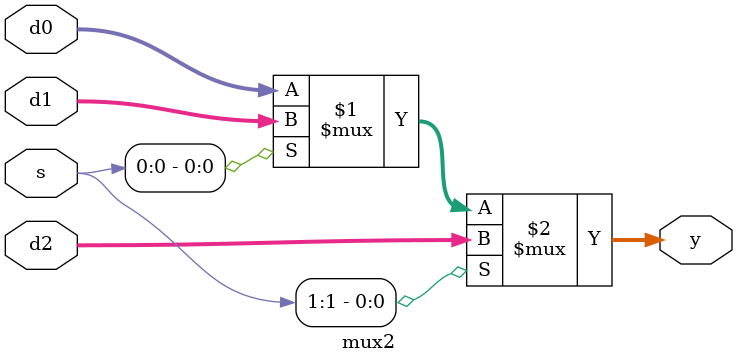
<source format=sv>
module mux2 #(parameter WIDTH = 8)
             (input  logic [WIDTH-1:0] d0, d1, d2,
              input  logic [1:0]       s,
              output logic [WIDTH-1:0] y);

  assign y = s[1] ? d2 : (s[0] ? d1 : d0);
endmodule
</source>
